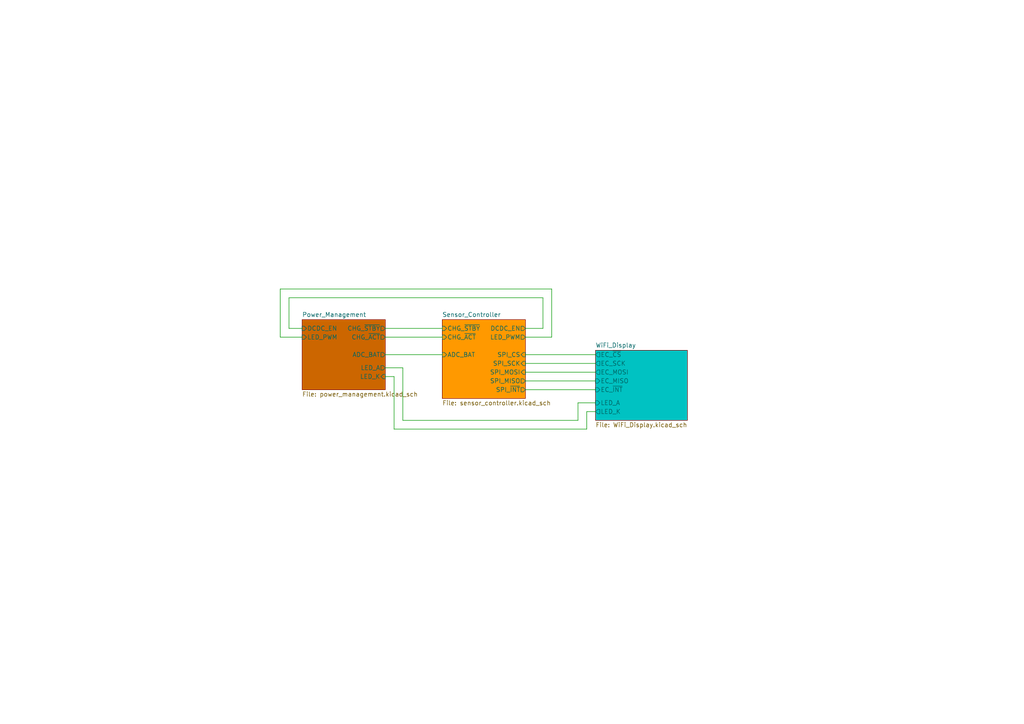
<source format=kicad_sch>
(kicad_sch (version 20211123) (generator eeschema)
  (paper "A4")
  (title_block (title "Home Sensor Tag") (rev "A0") (company "iM.Inc") (comment 1 "PRE-RELEASE"))
  (lib_symbols)
  (wire (pts (xy 167.64 121.92) (xy 167.64 116.84)))
  (wire (pts (xy 81.28 97.79) (xy 87.63 97.79)))
  (wire (pts (xy 152.4 107.95) (xy 172.72 107.95)))
  (wire (pts (xy 152.4 102.87) (xy 172.72 102.87)))
  (wire (pts (xy 152.4 113.03) (xy 172.72 113.03)))
  (wire (pts (xy 111.76 97.79) (xy 128.27 97.79)))
  (wire (pts (xy 111.76 95.25) (xy 128.27 95.25)))
  (wire (pts (xy 170.18 119.38) (xy 170.18 124.46)))
  (wire (pts (xy 157.48 95.25) (xy 157.48 86.36)))
  (wire (pts (xy 172.72 119.38) (xy 170.18 119.38)))
  (wire (pts (xy 81.28 83.82) (xy 81.28 97.79)))
  (wire (pts (xy 114.3 124.46) (xy 114.3 109.22)))
  (wire (pts (xy 160.02 97.79) (xy 160.02 83.82)))
  (wire (pts (xy 111.76 109.22) (xy 114.3 109.22)))
  (wire (pts (xy 83.82 86.36) (xy 83.82 95.25)))
  (wire (pts (xy 152.4 110.49) (xy 172.72 110.49)))
  (wire (pts (xy 152.4 97.79) (xy 160.02 97.79)))
  (wire (pts (xy 83.82 95.25) (xy 87.63 95.25)))
  (wire (pts (xy 170.18 124.46) (xy 114.3 124.46)))
  (wire (pts (xy 160.02 83.82) (xy 81.28 83.82)))
  (wire (pts (xy 111.76 106.68) (xy 116.84 106.68)))
  (wire (pts (xy 157.48 86.36) (xy 83.82 86.36)))
  (wire (pts (xy 167.64 116.84) (xy 172.72 116.84)))
  (wire (pts (xy 111.76 102.87) (xy 128.27 102.87)))
  (wire (pts (xy 116.84 106.68) (xy 116.84 121.92)))
  (wire (pts (xy 152.4 105.41) (xy 172.72 105.41)))
  (wire (pts (xy 152.4 95.25) (xy 157.48 95.25)))
  (wire (pts (xy 116.84 121.92) (xy 167.64 121.92)))
  (sheet (at 128.27 92.71) (size 24.13 22.86) (stroke (width 0.1524)) (fill (color 255 153 0 1.0000))
    (property "Sheet name" "Sensor_Controller" (at 128.27 91.9984 0) (effects (justify left bottom)))
    (property "Sheet file" "sensor_controller.kicad_sch" (at 128.27 116.1546 0) (effects (justify left top)))
    (pin "CHG_~{STBY}" input (at 128.27 95.25 180))
    (pin "ADC_BAT" input (at 128.27 102.87 180))
    (pin "DCDC_EN" output (at 152.4 95.25 0))
    (pin "SPI_CS" input (at 152.4 102.87 0))
    (pin "SPI_MOSI" input (at 152.4 107.95 0))
    (pin "SPI_MISO" output (at 152.4 110.49 0))
    (pin "CHG_~{ACT}" input (at 128.27 97.79 180))
    (pin "SPI_SCK" input (at 152.4 105.41 0))
    (pin "SPI_~{INT}" output (at 152.4 113.03 0))
    (pin "LED_PWM" output (at 152.4 97.79 0))
  )
  (sheet (at 172.72 101.6) (size 26.67 20.32) (stroke (width 0.1524)) (fill (color 0 194 194 1.0000))
    (property "Sheet name" "WiFi_Display" (at 172.72 100.8884 0) (effects (justify left bottom)))
    (property "Sheet file" "WiFi_Display.kicad_sch" (at 172.72 122.5046 0) (effects (justify left top)))
    (pin "LED_K" output (at 172.72 119.38 180))
    (pin "LED_A" input (at 172.72 116.84 180))
    (pin "EC_~{CS}" output (at 172.72 102.87 180))
    (pin "EC_MISO" input (at 172.72 110.49 180))
    (pin "EC_MOSI" output (at 172.72 107.95 180))
    (pin "EC_SCK" output (at 172.72 105.41 180))
    (pin "EC_~{INT}" input (at 172.72 113.03 180))
  )
  (sheet (at 87.63 92.71) (size 24.13 20.32) (stroke (width 0.1524)) (fill (color 204 102 0 1.0000))
    (property "Sheet name" "Power_Management" (at 87.63 91.9984 0) (effects (justify left bottom)))
    (property "Sheet file" "power_management.kicad_sch" (at 87.63 113.6146 0) (effects (justify left top)))
    (pin "DCDC_EN" input (at 87.63 95.25 180))
    (pin "ADC_BAT" output (at 111.76 102.87 0))
    (pin "CHG_~{STBY}" output (at 111.76 95.25 0))
    (pin "CHG_~{ACT}" output (at 111.76 97.79 0))
    (pin "LED_A" output (at 111.76 106.68 0))
    (pin "LED_PWM" input (at 87.63 97.79 180))
    (pin "LED_K" input (at 111.76 109.22 0))
  )
)
</source>
